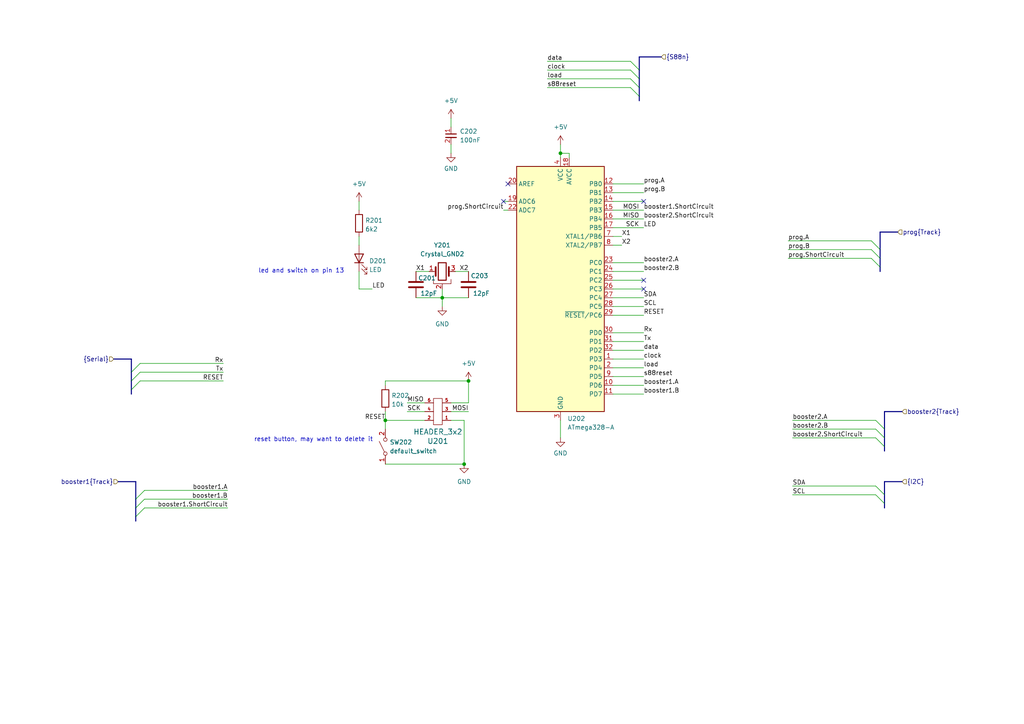
<source format=kicad_sch>
(kicad_sch (version 20230121) (generator eeschema)
  (paper "A4")
  (lib_symbols
    (symbol "Device:C" (pin_numbers hide) (pin_names (offset 0.254))
      (property "Reference" "C" (at 0.635 2.54 0))
      (property "Value" "C" (at 0.635 -2.54 0))
      (symbol "C_0_1"
        (polyline (pts (xy -2.032 -0.762) (xy 2.032 -0.762)) (stroke (width 0.508)))
        (polyline (pts (xy -2.032 0.762) (xy 2.032 0.762)) (stroke (width 0.508)))
      )
      (symbol "C_1_1"
        (pin passive line (at 0 3.81 270) (length 2.794) (name "~") (number "1"))
        (pin passive line (at 0 -3.81 90) (length 2.794) (name "~") (number "2"))
      )
    )
    (symbol "Device:LED" (pin_numbers hide) (pin_names (offset 1.016) hide)
      (property "Reference" "D" (at 0 2.54 0))
      (property "Value" "LED" (at 0 -2.54 0))
      (symbol "LED_0_1"
        (polyline (pts (xy -1.27 -1.27) (xy -1.27 1.27)) (stroke (width 0.254)))
        (polyline (pts (xy -1.27 0) (xy 1.27 0)))
        (polyline (pts (xy 1.27 -1.27) (xy 1.27 1.27) (xy -1.27 0) (xy 1.27 -1.27)) (stroke (width 0.254)))
        (polyline (pts (xy -3.048 -0.762) (xy -4.572 -2.286) (xy -3.81 -2.286) (xy -4.572 -2.286) (xy -4.572 -1.524)))
        (polyline (pts (xy -1.778 -0.762) (xy -3.302 -2.286) (xy -2.54 -2.286) (xy -3.302 -2.286) (xy -3.302 -1.524)))
      )
      (symbol "LED_1_1"
        (pin passive line (at -3.81 0 0) (length 2.54) (name "K") (number "1"))
        (pin passive line (at 3.81 0 180) (length 2.54) (name "A") (number "2"))
      )
    )
    (symbol "Device:R" (pin_numbers hide) (pin_names (offset 0))
      (property "Reference" "R" (at 2.032 0 90))
      (property "Value" "R" (at 0 0 90))
      (symbol "R_0_1"
        (rectangle (start -1.016 -2.54) (end 1.016 2.54) (stroke (width 0.254)))
      )
      (symbol "R_1_1"
        (pin passive line (at 0 3.81 270) (length 1.27) (name "~") (number "1"))
        (pin passive line (at 0 -3.81 90) (length 1.27) (name "~") (number "2"))
      )
    )
    (symbol "GND_1" (power) (pin_names (offset 0))
      (property "Value" "GND_1" (at 0 -3.81 0))
      (symbol "GND_1_0_1"
        (polyline (pts (xy 0 0) (xy 0 -1.27) (xy 1.27 -1.27) (xy 0 -2.54) (xy -1.27 -1.27) (xy 0 -1.27)))
      )
      (symbol "GND_1_1_1"
        (pin power_in line (at 0 0 270) (length 0) hide (name "GND") (number "1"))
      )
    )
    (symbol "MCU_Microchip_ATmega:ATmega328-A"
      (property "Reference" "U" (at -12.7 36.83 0))
      (property "Value" "ATmega328-A" (at 2.54 -36.83 0))
      (symbol "ATmega328-A_0_1"
        (rectangle (start -12.7 -35.56) (end 12.7 35.56) (stroke (width 0.254)) (fill (type background)))
      )
      (symbol "ATmega328-A_1_1"
        (pin bidirectional line (at 15.24 -20.32 180) (length 2.54) (name "PD3") (number "1"))
        (pin bidirectional line (at 15.24 -27.94 180) (length 2.54) (name "PD6") (number "10"))
        (pin bidirectional line (at 15.24 -30.48 180) (length 2.54) (name "PD7") (number "11"))
        (pin bidirectional line (at 15.24 30.48 180) (length 2.54) (name "PB0") (number "12"))
        (pin bidirectional line (at 15.24 27.94 180) (length 2.54) (name "PB1") (number "13"))
        (pin bidirectional line (at 15.24 25.4 180) (length 2.54) (name "PB2") (number "14"))
        (pin bidirectional line (at 15.24 22.86 180) (length 2.54) (name "PB3") (number "15"))
        (pin bidirectional line (at 15.24 20.32 180) (length 2.54) (name "PB4") (number "16"))
        (pin bidirectional line (at 15.24 17.78 180) (length 2.54) (name "PB5") (number "17"))
        (pin power_in line (at 2.54 38.1 270) (length 2.54) (name "AVCC") (number "18"))
        (pin input line (at -15.24 25.4 0) (length 2.54) (name "ADC6") (number "19"))
        (pin bidirectional line (at 15.24 -22.86 180) (length 2.54) (name "PD4") (number "2"))
        (pin passive line (at -15.24 30.48 0) (length 2.54) (name "AREF") (number "20"))
        (pin passive line (at 0 -38.1 90) (length 2.54) hide (name "GND") (number "21"))
        (pin input line (at -15.24 22.86 0) (length 2.54) (name "ADC7") (number "22"))
        (pin bidirectional line (at 15.24 7.62 180) (length 2.54) (name "PC0") (number "23"))
        (pin bidirectional line (at 15.24 5.08 180) (length 2.54) (name "PC1") (number "24"))
        (pin bidirectional line (at 15.24 2.54 180) (length 2.54) (name "PC2") (number "25"))
        (pin bidirectional line (at 15.24 0 180) (length 2.54) (name "PC3") (number "26"))
        (pin bidirectional line (at 15.24 -2.54 180) (length 2.54) (name "PC4") (number "27"))
        (pin bidirectional line (at 15.24 -5.08 180) (length 2.54) (name "PC5") (number "28"))
        (pin bidirectional line (at 15.24 -7.62 180) (length 2.54) (name "~{RESET}/PC6") (number "29"))
        (pin power_in line (at 0 -38.1 90) (length 2.54) (name "GND") (number "3"))
        (pin bidirectional line (at 15.24 -12.7 180) (length 2.54) (name "PD0") (number "30"))
        (pin bidirectional line (at 15.24 -15.24 180) (length 2.54) (name "PD1") (number "31"))
        (pin bidirectional line (at 15.24 -17.78 180) (length 2.54) (name "PD2") (number "32"))
        (pin power_in line (at 0 38.1 270) (length 2.54) (name "VCC") (number "4"))
        (pin passive line (at 0 -38.1 90) (length 2.54) hide (name "GND") (number "5"))
        (pin passive line (at 0 38.1 270) (length 2.54) hide (name "VCC") (number "6"))
        (pin bidirectional line (at 15.24 15.24 180) (length 2.54) (name "XTAL1/PB6") (number "7"))
        (pin bidirectional line (at 15.24 12.7 180) (length 2.54) (name "XTAL2/PB7") (number "8"))
        (pin bidirectional line (at 15.24 -25.4 180) (length 2.54) (name "PD5") (number "9"))
      )
    )
    (symbol "capacitor_miscellaneous:C_0402_100nF"
      (property "Reference" "U" (at 1.27 2.54 0))
      (property "Value" "100nF" (at 3.81 -2.54 0))
      (property "JLCPCB Part#" "C307331" (at 0 0 0))
      (symbol "C_0402_100nF_0_1"
        (polyline (pts (xy -1.524 -0.508) (xy 1.524 -0.508)) (stroke (width 0.3302)))
        (polyline (pts (xy -1.524 0.508) (xy 1.524 0.508)) (stroke (width 0.3048)))
      )
      (symbol "C_0402_100nF_1_1"
        (pin passive line (at 0 2.54 270) (length 2.032) (name "~") (number "1"))
        (pin passive line (at 0 -2.54 90) (length 2.032) (name "~") (number "2"))
      )
    )
    (symbol "custom_kicad_lib_sk:crystal_arduino" (pin_names (offset 1.016) hide)
      (property "Reference" "Y" (at 0 5.715 0))
      (property "Value" "Crystal_GND2" (at 0 3.81 0))
      (property "JLCPCB Part#" "C13738" (at 0 0 0))
      (symbol "crystal_arduino_0_1"
        (rectangle (start -1.143 2.54) (end 1.143 -2.54) (stroke (width 0.3048)))
        (polyline (pts (xy -2.54 0) (xy -1.905 0)))
        (polyline (pts (xy -1.905 -1.27) (xy -1.905 1.27)) (stroke (width 0.508)))
        (polyline (pts (xy 0 -3.81) (xy 0 -3.556)))
        (polyline (pts (xy 1.905 0) (xy 2.54 0)))
        (polyline (pts (xy 1.905 1.27) (xy 1.905 -1.27)) (stroke (width 0.508)))
        (polyline (pts (xy -2.54 -2.286) (xy -2.54 -3.556) (xy 2.54 -3.556) (xy 2.54 -2.286)))
      )
      (symbol "crystal_arduino_1_1"
        (pin passive line (at -3.81 0 0) (length 1.27) (name "1") (number "1"))
        (pin passive line (at 0 -5.08 90) (length 1.27) (name "GND") (number "2"))
        (pin passive line (at 3.81 0 180) (length 1.27) (name "3") (number "3"))
        (pin passive line (at 0 -5.08 90) (length 1.27) hide (name "GND") (number "4"))
      )
    )
    (symbol "custom_kicad_lib_sk:default_switch" (pin_names (offset 0) hide)
      (property "Reference" "SW" (at 0 3.175 0))
      (property "Value" "default_switch" (at 0 -2.54 0))
      (property "JLCPCB Part#" "C318884" (at 0 0 0))
      (symbol "default_switch_0_0"
        (circle (center -2.032 0) (radius 0.508))
        (polyline (pts (xy -1.524 0.254) (xy 1.524 1.778)))
        (circle (center 2.032 0) (radius 0.508))
      )
      (symbol "default_switch_1_1"
        (pin passive line (at -5.08 0 0) (length 2.54) (name "A") (number "1"))
        (pin passive line (at 5.08 0 180) (length 2.54) (name "B") (number "2"))
      )
    )
    (symbol "power:+5V" (power) (pin_names (offset 0))
      (property "Value" "+5V" (at 0 3.556 0))
      (symbol "+5V_0_1"
        (polyline (pts (xy -0.762 1.27) (xy 0 2.54)))
        (polyline (pts (xy 0 0) (xy 0 2.54)))
        (polyline (pts (xy 0 2.54) (xy 0.762 1.27)))
      )
      (symbol "+5V_1_1"
        (pin power_in line (at 0 0 90) (length 0) hide (name "+5V") (number "1"))
      )
    )
    (symbol "power:GND" (power) (pin_names (offset 0))
      (property "Value" "GND" (at 0 -3.81 0))
      (symbol "GND_0_1"
        (polyline (pts (xy 0 0) (xy 0 -1.27) (xy 1.27 -1.27) (xy 0 -2.54) (xy -1.27 -1.27) (xy 0 -1.27)))
      )
      (symbol "GND_1_1"
        (pin power_in line (at 0 0 270) (length 0) hide (name "GND") (number "1"))
      )
    )
    (symbol "servoDriverSMD-rescue:HEADER_3x2-w_connectors" (pin_names (offset 0))
      (property "Reference" "J" (at 0 5.08 0))
      (property "Value" "HEADER_3x2-w_connectors" (at 0 -5.08 0))
      (symbol "HEADER_3x2-w_connectors_0_1"
        (rectangle (start 1.27 3.81) (end -1.27 -3.81))
      )
      (symbol "HEADER_3x2-w_connectors_1_1"
        (pin passive line (at -3.81 2.54 0) (length 2.54) (name "~") (number "1"))
        (pin passive line (at 3.81 2.54 180) (length 2.54) (name "~") (number "2"))
        (pin passive line (at -3.81 0 0) (length 2.54) (name "~") (number "3"))
        (pin passive line (at 3.81 0 180) (length 2.54) (name "~") (number "4"))
        (pin passive line (at -3.81 -2.54 0) (length 2.54) (name "~") (number "5"))
        (pin passive line (at 3.81 -2.54 180) (length 2.54) (name "~") (number "6"))
      )
    )
  )
  (bus_alias "I2C" (members "SDA" "SCL"))
  (bus_alias "S88n" (members "data" "clock" "s88reset" "load"))
  (junction (at 128.27 86.36))
  (junction (at 111.76 121.92))
  (junction (at 162.56 44.45))
  (junction (at 134.62 134.62))
  (junction (at 135.89 110.49))
  (no_connect (at 186.69 81.28))
  (no_connect (at 146.05 58.42))
  (no_connect (at 147.32 53.34))
  (no_connect (at 186.69 58.42))
  (no_connect (at 186.69 83.82))
  (bus_entry (at 254 140.97) (size 2.54 2.54))
  (bus_entry (at 254 143.51) (size 2.54 2.54))
  (bus_entry (at 40.64 105.41) (size -2.54 2.54))
  (bus_entry (at 182.88 20.32) (size 2.54 2.54))
  (bus_entry (at 254 121.92) (size 2.54 2.54))
  (bus_entry (at 252.73 74.93) (size 2.54 2.54))
  (bus_entry (at 41.91 147.32) (size -2.54 2.54))
  (bus_entry (at 182.88 17.78) (size 2.54 2.54))
  (bus_entry (at 40.64 110.49) (size -2.54 2.54))
  (bus_entry (at 182.88 25.4) (size 2.54 2.54))
  (bus_entry (at 40.64 107.95) (size -2.54 2.54))
  (bus_entry (at 254 127) (size 2.54 2.54))
  (bus_entry (at 252.73 72.39) (size 2.54 2.54))
  (bus_entry (at 182.88 22.86) (size 2.54 2.54))
  (bus_entry (at 41.91 142.24) (size -2.54 2.54))
  (bus_entry (at 254 124.46) (size 2.54 2.54))
  (bus_entry (at 252.73 69.85) (size 2.54 2.54))
  (bus_entry (at 41.91 144.78) (size -2.54 2.54))
  (bus (pts (xy 39.37 144.78) (xy 39.37 147.32)))
  (wire (pts (xy 162.56 44.45) (xy 162.56 45.72)))
  (bus (pts (xy 38.1 110.49) (xy 38.1 113.03)))
  (bus (pts (xy 185.42 16.51) (xy 191.77 16.51)))
  (wire (pts (xy 128.27 86.36) (xy 135.89 86.36)))
  (bus (pts (xy 38.1 107.95) (xy 38.1 104.14)))
  (bus (pts (xy 255.27 74.93) (xy 255.27 77.47)))
  (wire (pts (xy 66.04 144.78) (xy 41.91 144.78)))
  (bus (pts (xy 255.27 77.47) (xy 255.27 78.74)))
  (wire (pts (xy 130.81 116.84) (xy 135.89 116.84)))
  (bus (pts (xy 185.42 20.32) (xy 185.42 22.86)))
  (bus (pts (xy 255.27 67.31) (xy 260.35 67.31)))
  (wire (pts (xy 134.62 121.92) (xy 130.81 121.92)))
  (wire (pts (xy 165.1 44.45) (xy 162.56 44.45)))
  (wire (pts (xy 177.8 86.36) (xy 186.69 86.36)))
  (wire (pts (xy 158.75 17.78) (xy 182.88 17.78)))
  (bus (pts (xy 39.37 139.7) (xy 34.29 139.7)))
  (wire (pts (xy 177.8 111.76) (xy 186.69 111.76)))
  (wire (pts (xy 123.19 119.38) (xy 118.11 119.38)))
  (wire (pts (xy 124.46 78.74) (xy 120.65 78.74)))
  (bus (pts (xy 256.54 119.38) (xy 261.62 119.38)))
  (wire (pts (xy 228.6 74.93) (xy 252.73 74.93)))
  (wire (pts (xy 177.8 76.2) (xy 186.69 76.2)))
  (wire (pts (xy 111.76 121.92) (xy 123.19 121.92)))
  (bus (pts (xy 256.54 139.7) (xy 261.62 139.7)))
  (wire (pts (xy 177.8 88.9) (xy 186.69 88.9)))
  (bus (pts (xy 185.42 25.4) (xy 185.42 27.94)))
  (bus (pts (xy 39.37 147.32) (xy 39.37 149.86)))
  (wire (pts (xy 111.76 110.49) (xy 135.89 110.49)))
  (bus (pts (xy 256.54 124.46) (xy 256.54 119.38)))
  (wire (pts (xy 177.8 96.52) (xy 186.69 96.52)))
  (bus (pts (xy 185.42 16.51) (xy 185.42 20.32)))
  (wire (pts (xy 104.14 78.74) (xy 104.14 83.82)))
  (wire (pts (xy 177.8 91.44) (xy 186.69 91.44)))
  (wire (pts (xy 135.89 116.84) (xy 135.89 110.49)))
  (wire (pts (xy 64.77 110.49) (xy 40.64 110.49)))
  (wire (pts (xy 177.8 71.12) (xy 180.34 71.12)))
  (wire (pts (xy 162.56 121.92) (xy 162.56 127)))
  (wire (pts (xy 177.8 109.22) (xy 186.69 109.22)))
  (bus (pts (xy 255.27 72.39) (xy 255.27 67.31)))
  (wire (pts (xy 146.05 58.42) (xy 147.32 58.42)))
  (wire (pts (xy 111.76 119.38) (xy 111.76 121.92)))
  (wire (pts (xy 64.77 105.41) (xy 40.64 105.41)))
  (bus (pts (xy 256.54 147.32) (xy 256.54 146.05)))
  (bus (pts (xy 38.1 110.49) (xy 38.1 107.95)))
  (wire (pts (xy 134.62 134.62) (xy 111.76 134.62)))
  (wire (pts (xy 130.81 119.38) (xy 135.89 119.38)))
  (bus (pts (xy 256.54 143.51) (xy 256.54 139.7)))
  (wire (pts (xy 111.76 124.46) (xy 111.76 121.92)))
  (wire (pts (xy 177.8 83.82) (xy 186.69 83.82)))
  (wire (pts (xy 104.14 68.58) (xy 104.14 71.12)))
  (wire (pts (xy 66.04 142.24) (xy 41.91 142.24)))
  (wire (pts (xy 128.27 83.82) (xy 128.27 86.36)))
  (wire (pts (xy 132.08 78.74) (xy 135.89 78.74)))
  (wire (pts (xy 146.05 60.96) (xy 147.32 60.96)))
  (bus (pts (xy 39.37 149.86) (xy 39.37 151.13)))
  (wire (pts (xy 162.56 41.91) (xy 162.56 44.45)))
  (wire (pts (xy 134.62 121.92) (xy 134.62 134.62)))
  (bus (pts (xy 255.27 72.39) (xy 255.27 74.93)))
  (wire (pts (xy 177.8 68.58) (xy 180.34 68.58)))
  (wire (pts (xy 177.8 114.3) (xy 186.69 114.3)))
  (wire (pts (xy 229.87 143.51) (xy 254 143.51)))
  (bus (pts (xy 256.54 127) (xy 256.54 129.54)))
  (bus (pts (xy 39.37 144.78) (xy 39.37 139.7)))
  (wire (pts (xy 228.6 72.39) (xy 252.73 72.39)))
  (wire (pts (xy 118.11 116.84) (xy 123.19 116.84)))
  (bus (pts (xy 185.42 22.86) (xy 185.42 25.4)))
  (wire (pts (xy 104.14 58.42) (xy 104.14 60.96)))
  (wire (pts (xy 229.87 124.46) (xy 254 124.46)))
  (wire (pts (xy 130.81 41.91) (xy 130.81 44.45)))
  (wire (pts (xy 177.8 60.96) (xy 186.69 60.96)))
  (wire (pts (xy 111.76 110.49) (xy 111.76 111.76)))
  (wire (pts (xy 228.6 69.85) (xy 252.73 69.85)))
  (wire (pts (xy 107.95 83.82) (xy 104.14 83.82)))
  (bus (pts (xy 256.54 146.05) (xy 256.54 143.51)))
  (wire (pts (xy 229.87 140.97) (xy 254 140.97)))
  (wire (pts (xy 177.8 81.28) (xy 186.69 81.28)))
  (wire (pts (xy 158.75 25.4) (xy 182.88 25.4)))
  (wire (pts (xy 177.8 55.88) (xy 186.69 55.88)))
  (wire (pts (xy 158.75 22.86) (xy 182.88 22.86)))
  (wire (pts (xy 120.65 86.36) (xy 128.27 86.36)))
  (wire (pts (xy 130.81 34.29) (xy 130.81 36.83)))
  (wire (pts (xy 177.8 101.6) (xy 186.69 101.6)))
  (wire (pts (xy 229.87 121.92) (xy 254 121.92)))
  (wire (pts (xy 128.27 86.36) (xy 128.27 88.9)))
  (wire (pts (xy 177.8 66.04) (xy 186.69 66.04)))
  (wire (pts (xy 165.1 45.72) (xy 165.1 44.45)))
  (wire (pts (xy 177.8 99.06) (xy 186.69 99.06)))
  (bus (pts (xy 256.54 124.46) (xy 256.54 127)))
  (bus (pts (xy 185.42 27.94) (xy 185.42 29.21)))
  (bus (pts (xy 38.1 104.14) (xy 33.02 104.14)))
  (wire (pts (xy 229.87 127) (xy 254 127)))
  (bus (pts (xy 38.1 113.03) (xy 38.1 114.3)))
  (wire (pts (xy 158.75 20.32) (xy 182.88 20.32)))
  (wire (pts (xy 64.77 107.95) (xy 40.64 107.95)))
  (wire (pts (xy 177.8 63.5) (xy 186.69 63.5)))
  (wire (pts (xy 177.8 53.34) (xy 186.69 53.34)))
  (wire (pts (xy 177.8 106.68) (xy 186.69 106.68)))
  (wire (pts (xy 177.8 78.74) (xy 186.69 78.74)))
  (wire (pts (xy 66.04 147.32) (xy 41.91 147.32)))
  (bus (pts (xy 256.54 129.54) (xy 256.54 130.81)))
  (wire (pts (xy 177.8 104.14) (xy 186.69 104.14)))
  (wire (pts (xy 177.8 58.42) (xy 186.69 58.42)))
  (text "reset button, may want to delete it" (at 73.66 128.27 0) (effects (font (size 1.27 1.27)) (justify left bottom)))
  (text "led and switch on pin 13" (at 74.93 79.375 0) (effects (font (size 1.27 1.27)) (justify left bottom)))
  (label "s88reset" (at 158.75 25.4 0))
  (label "prog.A" (at 186.69 53.34 0))
  (label "SCK" (at 118.11 119.38 0))
  (label "RESET" (at 111.76 121.92 180))
  (label "clock" (at 158.75 20.32 0))
  (label "booster1.ShortCircuit" (at 186.69 60.96 0))
  (label "prog.B" (at 228.6 72.39 0))
  (label "booster1.A" (at 186.69 111.76 0))
  (label "prog.A" (at 228.6 69.85 0))
  (label "Tx" (at 64.77 107.95 180))
  (label "booster1.A" (at 66.04 142.24 180))
  (label "data" (at 186.69 101.6 0))
  (label "X1" (at 120.65 78.74 0))
  (label "booster2.A" (at 186.69 76.2 0))
  (label "X2" (at 180.34 71.12 0))
  (label "booster1.B" (at 186.69 114.3 0))
  (label "prog.ShortCircuit" (at 228.6 74.93 0))
  (label "SDA" (at 186.69 86.36 0))
  (label "SCL" (at 186.69 88.9 0))
  (label "booster2.B" (at 186.69 78.74 0))
  (label "booster1.B" (at 66.04 144.78 180))
  (label "Tx" (at 186.69 99.06 0))
  (label "booster1.ShortCircuit" (at 66.04 147.32 180))
  (label "MISO" (at 118.11 116.84 0))
  (label "booster2.B" (at 229.87 124.46 0))
  (label "Rx" (at 186.69 96.52 0))
  (label "LED" (at 107.95 83.82 0))
  (label "s88reset" (at 186.69 109.22 0))
  (label "MOSI" (at 185.42 60.96 180))
  (label "data" (at 158.75 17.78 0))
  (label "RESET" (at 64.77 110.49 180))
  (label "SCL" (at 229.87 143.51 0))
  (label "SDA" (at 229.87 140.97 0))
  (label "X1" (at 180.34 68.58 0))
  (label "load" (at 158.75 22.86 0))
  (label "RESET" (at 186.69 91.44 0))
  (label "SCK" (at 185.42 66.04 180))
  (label "booster2.ShortCircuit" (at 186.69 63.5 0))
  (label "LED" (at 186.69 66.04 0))
  (label "MISO" (at 185.42 63.5 180))
  (label "booster2.A" (at 229.87 121.92 0))
  (label "clock" (at 186.69 104.14 0))
  (label "prog.B" (at 186.69 55.88 0))
  (label "MOSI" (at 135.89 119.38 180))
  (label "Rx" (at 64.77 105.41 180))
  (label "prog.ShortCircuit" (at 146.05 60.96 180))
  (label "booster2.ShortCircuit" (at 229.87 127 0))
  (label "load" (at 186.69 106.68 0))
  (label "X2" (at 135.89 78.74 180))
  (hierarchical_label "booster2{Track}" (shape input) (at 261.62 119.38 0))
  (hierarchical_label "{Serial}" (shape input) (at 33.02 104.14 180))
  (hierarchical_label "booster1{Track}" (shape input) (at 34.29 139.7 180))
  (hierarchical_label "{I2C}" (shape input) (at 261.62 139.7 0))
  (hierarchical_label "prog{Track}" (shape input) (at 260.35 67.31 0))
  (hierarchical_label "{S88n}" (shape input) (at 191.77 16.51 0))
  (symbol (lib_id "custom_kicad_lib_sk:crystal_arduino") (at 128.27 78.74 0) (unit 1)
    (property "Reference" "Y201" (at 128.27 71.12 0))
    (property "Value" "Crystal_GND2" (at 128.27 73.66 0))
    (property "Footprint" "custom_kicad_lib_sk:crystal_arduino" (effects hide))
    (property "JLCPCB Part#" "C13738" (effects hide))
    (instances (project "central_bare_minimum" (path "" (reference "Y201") (unit 1))) (project "atmega328" (path "" (reference "Y201") (unit 1))) (project "general_schematics" (path "" (reference "Y?") (unit 1)) (path "" (reference "Y1401") (unit 1))))
  )
  (symbol (lib_id "Device:C") (at 135.89 82.55 180) (unit 1)
    (property "Reference" "C203" (at 136.525 80.01 0) (effects (justify right)))
    (property "Value" "12pF" (at 137.16 85.09 0) (effects (justify right)))
    (property "Footprint" "Capacitor_SMD:C_0603_1608Metric" (effects hide))
    (property "JLCPCB Part#" "C38523" (effects hide))
    (instances (project "central_bare_minimum" (path "" (reference "C203") (unit 1))) (project "atmega328" (path "" (reference "C203") (unit 1))) (project "general_schematics" (path "" (reference "C?") (unit 1)) (path "" (reference "C1403") (unit 1))))
  )
  (symbol (lib_id "Device:R") (at 104.14 64.77 0) (unit 1)
    (property "Reference" "R201" (at 105.918 63.9353 0) (effects (justify left)))
    (property "Value" "6k2" (at 105.918 66.4722 0) (effects (justify left)))
    (property "Footprint" "Resistor_SMD:R_0603_1608Metric_Pad0.98x0.95mm_HandSolder" (effects hide))
    (property "JLCPCB Part#" "C4260" (effects hide))
    (instances (project "central_bare_minimum" (path "" (reference "R201") (unit 1))) (project "atmega328" (path "" (reference "R201") (unit 1))) (project "general_schematics" (path "" (reference "R1401") (unit 1))))
  )
  (symbol (lib_id "MCU_Microchip_ATmega:ATmega328-A") (at 162.56 83.82 0) (unit 1)
    (property "Reference" "U202" (at 164.5794 121.4104 0) (effects (justify left)))
    (property "Value" "ATmega328-A" (at 164.5794 123.9473 0) (effects (justify left)))
    (property "Footprint" "Package_QFP:TQFP-32_7x7mm_P0.8mm" (effects hide))
    (property "Datasheet" "http://ww1.microchip.com/downloads/en/DeviceDoc/ATmega328_P%20AVR%20MCU%20with%20picoPower%20Technology%20Data%20Sheet%2040001984A.pdf" (effects hide))
    (property "JLCPCB Part#" "C14877" (effects hide))
    (instances (project "central_bare_minimum" (path "" (reference "U202") (unit 1))) (project "atmega328" (path "" (reference "U202") (unit 1))) (project "general_schematics" (path "" (reference "U1402") (unit 1))))
  )
  (symbol (lib_id "power:GND") (at 130.81 44.45 0) (unit 1)
    (property "Reference" "#PWR0201" (effects hide))
    (property "Value" "GND" (at 130.81 48.8934 0))
    (instances (project "central_bare_minimum" (path "" (reference "#PWR0201") (unit 1))) (project "atmega328" (path "" (reference "#PWR0201") (unit 1))) (project "general_schematics" (path "" (reference "#PWR0137") (unit 1))))
  )
  (symbol (lib_id "custom_kicad_lib_sk:default_switch") (at 111.76 129.54 90) (unit 1)
    (property "Reference" "SW202" (at 113.03 128.27 90) (effects (justify right)))
    (property "Value" "default_switch" (at 113.03 130.81 90) (effects (justify right)))
    (property "Footprint" "custom_kicad_lib_sk:default_switch" (effects hide))
    (property "JLCPCB Part#" "C318884" (effects hide))
  )
  (symbol (lib_id "Device:C") (at 120.65 82.55 180) (unit 1)
    (property "Reference" "C201" (at 121.285 80.645 0) (effects (justify right)))
    (property "Value" "12pF" (at 121.92 85.09 0) (effects (justify right)))
    (property "Footprint" "Capacitor_SMD:C_0603_1608Metric" (effects hide))
    (property "JLCPCB Part#" "C38523" (effects hide))
    (instances (project "central_bare_minimum" (path "" (reference "C201") (unit 1))) (project "atmega328" (path "" (reference "C201") (unit 1))) (project "general_schematics" (path "" (reference "C?") (unit 1)) (path "" (reference "C1401") (unit 1))))
  )
  (symbol (lib_name "GND_1") (lib_id "power:GND") (at 128.27 88.9 0) (unit 1)
    (property "Reference" "#PWR0102" (effects hide))
    (property "Value" "GND" (at 128.27 93.98 0))
  )
  (symbol (lib_id "power:+5V") (at 135.89 110.49 0) (unit 1)
    (property "Reference" "#PWR0107" (effects hide))
    (property "Value" "+5V" (at 135.89 105.41 0))
  )
  (symbol (lib_id "power:+5V") (at 104.14 58.42 0) (unit 1)
    (property "Reference" "#PWR0104" (effects hide))
    (property "Value" "+5V" (at 104.14 53.34 0))
  )
  (symbol (lib_name "GND_1") (lib_id "power:GND") (at 134.62 134.62 0) (unit 1)
    (property "Reference" "#PWR0101" (effects hide))
    (property "Value" "GND" (at 134.62 139.7 0))
  )
  (symbol (lib_id "power:GND") (at 162.56 127 0) (unit 1)
    (property "Reference" "#PWR0202" (effects hide))
    (property "Value" "GND" (at 162.56 131.4434 0))
    (instances (project "central_bare_minimum" (path "" (reference "#PWR0202") (unit 1))) (project "atmega328" (path "" (reference "#PWR0202") (unit 1))) (project "general_schematics" (path "" (reference "#PWR0138") (unit 1))))
  )
  (symbol (lib_id "Device:LED") (at 104.14 74.93 90) (unit 1)
    (property "Reference" "D201" (at 107.061 75.6828 90) (effects (justify right)))
    (property "Value" "LED" (at 107.061 78.2197 90) (effects (justify right)))
    (property "Footprint" "LED_SMD:LED_0805_2012Metric_Pad1.15x1.40mm_HandSolder" (effects hide))
    (property "JLCPCB Part#" "C84256" (effects hide))
    (instances (project "central_bare_minimum" (path "" (reference "D201") (unit 1))) (project "atmega328" (path "" (reference "D201") (unit 1))) (project "general_schematics" (path "" (reference "D1401") (unit 1))))
  )
  (symbol (lib_id "servoDriverSMD-rescue:HEADER_3x2-w_connectors") (at 127 119.38 180) (unit 1)
    (property "Reference" "U201" (at 127 127.9398 0) (effects (font (size 1.524 1.524))))
    (property "Value" "HEADER_3x2" (at 127 125.2474 0) (effects (font (size 1.524 1.524))))
    (property "Footprint" "Connector_PinSocket_1.27mm:PinSocket_2x03_P1.27mm_Vertical" (effects hide))
    (instances (project "central_bare_minimum" (path "" (reference "U201") (unit 1))) (project "atmega328" (path "" (reference "U201") (unit 1))) (project "general_schematics" (path "" (reference "U1401") (unit 1))))
  )
  (symbol (lib_id "Device:R") (at 111.76 115.57 0) (unit 1)
    (property "Reference" "R202" (at 113.538 114.7353 0) (effects (justify left)))
    (property "Value" "10k" (at 113.538 117.2722 0) (effects (justify left)))
    (property "Footprint" "Resistor_SMD:R_0402_1005Metric_Pad0.72x0.64mm_HandSolder" (effects hide))
    (property "JLCPCB Part#" "C25744" (effects hide))
    (instances (project "central_bare_minimum" (path "" (reference "R202") (unit 1))) (project "atmega328" (path "" (reference "R202") (unit 1))) (project "general_schematics" (path "" (reference "R1402") (unit 1))))
  )
  (symbol (lib_id "power:+5V") (at 130.81 34.29 0) (unit 1)
    (property "Reference" "#PWR0105" (effects hide))
    (property "Value" "+5V" (at 130.81 29.21 0))
  )
  (symbol (lib_id "capacitor_miscellaneous:C_0402_100nF") (at 130.81 39.37 0) (unit 1)
    (property "Reference" "C202" (at 133.35 38.1063 0) (effects (justify left)))
    (property "Value" "100nF" (at 133.35 40.6463 0) (effects (justify left)))
    (property "Footprint" "Capacitor_SMD:C_0402_1005Metric" (effects hide))
    (property "JLCPCB Part#" "C307331" (effects hide))
  )
  (symbol (lib_id "power:+5V") (at 162.56 41.91 0) (unit 1)
    (property "Reference" "#PWR0106" (effects hide))
    (property "Value" "+5V" (at 162.56 36.83 0))
  )
)
</source>
